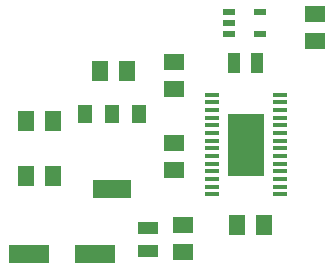
<source format=gbr>
%TF.GenerationSoftware,Altium Limited,Altium Designer,22.8.2 (66)*%
G04 Layer_Color=8421504*
%FSLAX45Y45*%
%MOMM*%
%TF.SameCoordinates,C69CFF7D-580E-4D1C-BBFF-10AAE48A081B*%
%TF.FilePolarity,Positive*%
%TF.FileFunction,Paste,Top*%
%TF.Part,Single*%
G01*
G75*
%TA.AperFunction,SMDPad,CuDef*%
%ADD10R,1.20000X1.60000*%
%ADD11R,3.30000X1.60000*%
%ADD12R,1.70000X1.40000*%
G04:AMPARAMS|DCode=13|XSize=0.35mm|YSize=1.25mm|CornerRadius=0.05075mm|HoleSize=0mm|Usage=FLASHONLY|Rotation=270.000|XOffset=0mm|YOffset=0mm|HoleType=Round|Shape=RoundedRectangle|*
%AMROUNDEDRECTD13*
21,1,0.35000,1.14850,0,0,270.0*
21,1,0.24850,1.25000,0,0,270.0*
1,1,0.10150,-0.57425,-0.12425*
1,1,0.10150,-0.57425,0.12425*
1,1,0.10150,0.57425,0.12425*
1,1,0.10150,0.57425,-0.12425*
%
%ADD13ROUNDEDRECTD13*%
%ADD14R,3.50000X1.60000*%
G04:AMPARAMS|DCode=15|XSize=3.1mm|YSize=5.18mm|CornerRadius=0.0465mm|HoleSize=0mm|Usage=FLASHONLY|Rotation=180.000|XOffset=0mm|YOffset=0mm|HoleType=Round|Shape=RoundedRectangle|*
%AMROUNDEDRECTD15*
21,1,3.10000,5.08700,0,0,180.0*
21,1,3.00700,5.18000,0,0,180.0*
1,1,0.09300,-1.50350,2.54350*
1,1,0.09300,1.50350,2.54350*
1,1,0.09300,1.50350,-2.54350*
1,1,0.09300,-1.50350,-2.54350*
%
%ADD15ROUNDEDRECTD15*%
%ADD16R,1.05000X0.60000*%
%ADD17R,1.40000X1.70000*%
%ADD18R,1.00000X1.70000*%
%ADD19R,1.70000X1.00000*%
D10*
X210000Y270000D02*
D03*
X-20000D02*
D03*
X-250000D02*
D03*
D11*
X-20000Y-370000D02*
D03*
D12*
X1700000Y880700D02*
D03*
Y1109300D02*
D03*
X505000Y704300D02*
D03*
Y475700D02*
D03*
X580000Y-899300D02*
D03*
Y-670700D02*
D03*
X510000Y24300D02*
D03*
Y-204300D02*
D03*
D13*
X830000Y-25000D02*
D03*
Y430000D02*
D03*
Y365000D02*
D03*
Y300000D02*
D03*
Y235000D02*
D03*
Y170000D02*
D03*
Y105000D02*
D03*
Y40000D02*
D03*
Y-90000D02*
D03*
Y-155000D02*
D03*
Y-220000D02*
D03*
Y-285000D02*
D03*
Y-350000D02*
D03*
Y-415000D02*
D03*
X1405000Y430000D02*
D03*
Y365000D02*
D03*
Y300000D02*
D03*
Y235000D02*
D03*
Y170000D02*
D03*
Y105000D02*
D03*
Y40000D02*
D03*
Y-25000D02*
D03*
Y-90000D02*
D03*
Y-155000D02*
D03*
Y-220000D02*
D03*
Y-285000D02*
D03*
Y-350000D02*
D03*
Y-415000D02*
D03*
D14*
X-165000Y-920000D02*
D03*
X-725000D02*
D03*
D15*
X1117500Y7500D02*
D03*
D16*
X1237500Y1130000D02*
D03*
Y940000D02*
D03*
X972500D02*
D03*
Y1035000D02*
D03*
Y1130000D02*
D03*
D17*
X-744300Y205000D02*
D03*
X-515700D02*
D03*
X-744300Y-260000D02*
D03*
X-515700D02*
D03*
X104300Y630000D02*
D03*
X-124300D02*
D03*
X1035700Y-675000D02*
D03*
X1264300D02*
D03*
D18*
X1205000Y695000D02*
D03*
X1015000D02*
D03*
D19*
X290000Y-700000D02*
D03*
Y-890000D02*
D03*
%TF.MD5,97ae9050125a9f92ee438b5b057778ae*%
M02*

</source>
